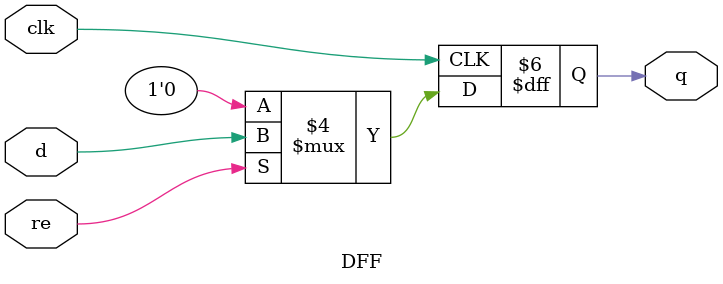
<source format=v>
`timescale 1ns / 1ps
module DFF(
    clk,
    d,
    re,
	 q
);
input clk,d,re;
output q;
reg q;
always@(posedge clk)
if(~re)begin
q<=1'b0;
end
else begin
q<=d;
end

endmodule

</source>
